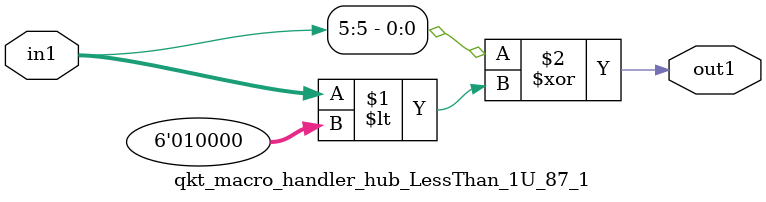
<source format=v>

`timescale 1ps / 1ps


module qkt_macro_handler_hub_LessThan_1U_87_1( in1, out1 );

    input [5:0] in1;
    output out1;

    
    // rtl_process:qkt_macro_handler_hub_LessThan_1U_87_1/qkt_macro_handler_hub_LessThan_1U_87_1_thread_1
    assign out1 = (in1[5] ^ in1 < 6'd16);

endmodule



</source>
